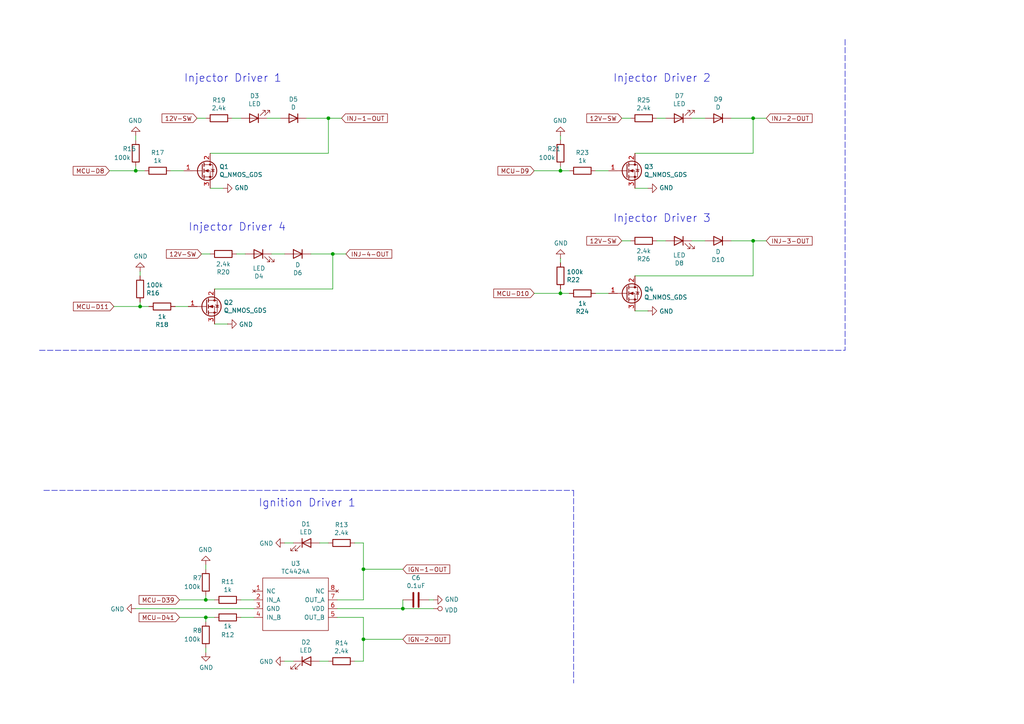
<source format=kicad_sch>
(kicad_sch (version 20231120) (generator "eeschema") (generator_version "8.0")
  (paper "A4")
  (lib_symbols
    (symbol "Device:C" (pin_numbers hide) (pin_names (offset 0.254))
      (property "Reference" "C" (at 0.635 2.54 0))
      (property "Value" "C" (at 0.635 -2.54 0))
      (symbol "C_0_1"
        (polyline (pts (xy -2.032 -0.762) (xy 2.032 -0.762)) (stroke (width 0.508)))
        (polyline (pts (xy -2.032 0.762) (xy 2.032 0.762)) (stroke (width 0.508)))
      )
      (symbol "C_1_1"
        (pin passive line (at 0 3.81 270) (length 2.794) (name "~") (number "1"))
        (pin passive line (at 0 -3.81 90) (length 2.794) (name "~") (number "2"))
      )
    )
    (symbol "Device:D" (pin_numbers hide) (pin_names (offset 1.016) hide)
      (property "Reference" "D" (at 0 2.54 0))
      (property "Value" "D" (at 0 -2.54 0))
      (symbol "D_0_1"
        (polyline (pts (xy -1.27 1.27) (xy -1.27 -1.27)) (stroke (width 0.254)))
        (polyline (pts (xy 1.27 0) (xy -1.27 0)))
        (polyline (pts (xy 1.27 1.27) (xy 1.27 -1.27) (xy -1.27 0) (xy 1.27 1.27)) (stroke (width 0.254)))
      )
      (symbol "D_1_1"
        (pin passive line (at -3.81 0 0) (length 2.54) (name "K") (number "1"))
        (pin passive line (at 3.81 0 180) (length 2.54) (name "A") (number "2"))
      )
    )
    (symbol "Device:LED" (pin_numbers hide) (pin_names (offset 1.016) hide)
      (property "Reference" "D" (at 0 2.54 0))
      (property "Value" "LED" (at 0 -2.54 0))
      (symbol "LED_0_1"
        (polyline (pts (xy -1.27 -1.27) (xy -1.27 1.27)) (stroke (width 0.254)))
        (polyline (pts (xy -1.27 0) (xy 1.27 0)))
        (polyline (pts (xy 1.27 -1.27) (xy 1.27 1.27) (xy -1.27 0) (xy 1.27 -1.27)) (stroke (width 0.254)))
        (polyline (pts (xy -3.048 -0.762) (xy -4.572 -2.286) (xy -3.81 -2.286) (xy -4.572 -2.286) (xy -4.572 -1.524)))
        (polyline (pts (xy -1.778 -0.762) (xy -3.302 -2.286) (xy -2.54 -2.286) (xy -3.302 -2.286) (xy -3.302 -1.524)))
      )
      (symbol "LED_1_1"
        (pin passive line (at -3.81 0 0) (length 2.54) (name "K") (number "1"))
        (pin passive line (at 3.81 0 180) (length 2.54) (name "A") (number "2"))
      )
    )
    (symbol "Device:Q_NMOS_GDS" (pin_names (offset 0) hide)
      (property "Reference" "Q" (at 5.08 1.27 0))
      (property "Value" "Q_NMOS_GDS" (at 5.08 -1.27 0))
      (symbol "Q_NMOS_GDS_0_1"
        (polyline (pts (xy 0.254 0) (xy -2.54 0)))
        (polyline (pts (xy 0.254 1.905) (xy 0.254 -1.905)) (stroke (width 0.254)))
        (polyline (pts (xy 0.762 -1.27) (xy 0.762 -2.286)) (stroke (width 0.254)))
        (polyline (pts (xy 0.762 0.508) (xy 0.762 -0.508)) (stroke (width 0.254)))
        (polyline (pts (xy 0.762 2.286) (xy 0.762 1.27)) (stroke (width 0.254)))
        (polyline (pts (xy 2.54 2.54) (xy 2.54 1.778)))
        (polyline (pts (xy 2.54 -2.54) (xy 2.54 0) (xy 0.762 0)))
        (polyline (pts (xy 0.762 -1.778) (xy 3.302 -1.778) (xy 3.302 1.778) (xy 0.762 1.778)))
        (polyline (pts (xy 1.016 0) (xy 2.032 0.381) (xy 2.032 -0.381) (xy 1.016 0)) (fill (type outline)))
        (polyline (pts (xy 2.794 0.508) (xy 2.921 0.381) (xy 3.683 0.381) (xy 3.81 0.254)))
        (polyline (pts (xy 3.302 0.381) (xy 2.921 -0.254) (xy 3.683 -0.254) (xy 3.302 0.381)))
        (circle (center 1.651 0) (radius 2.794) (stroke (width 0.254)))
        (circle (center 2.54 -1.778) (radius 0.254) (fill (type outline)))
        (circle (center 2.54 1.778) (radius 0.254) (fill (type outline)))
      )
      (symbol "Q_NMOS_GDS_1_1"
        (pin input line (at -5.08 0 0) (length 2.54) (name "G") (number "1"))
        (pin passive line (at 2.54 5.08 270) (length 2.54) (name "D") (number "2"))
        (pin passive line (at 2.54 -5.08 90) (length 2.54) (name "S") (number "3"))
      )
    )
    (symbol "Device:R" (pin_numbers hide) (pin_names (offset 0))
      (property "Reference" "R" (at 2.032 0 90))
      (property "Value" "R" (at 0 0 90))
      (symbol "R_0_1"
        (rectangle (start -1.016 -2.54) (end 1.016 2.54) (stroke (width 0.254)))
      )
      (symbol "R_1_1"
        (pin passive line (at 0 3.81 270) (length 1.27) (name "~") (number "1"))
        (pin passive line (at 0 -3.81 90) (length 1.27) (name "~") (number "2"))
      )
    )
    (symbol "NA6-rescue:GND-power" (power) (pin_names (offset 0))
      (property "Value" "power_GND" (at 0 -3.81 0))
      (symbol "GND-power_0_1"
        (polyline (pts (xy 0 0) (xy 0 -1.27) (xy 1.27 -1.27) (xy 0 -2.54) (xy -1.27 -1.27) (xy 0 -1.27)))
      )
      (symbol "GND-power_1_1"
        (pin power_in line (at 0 0 270) (length 0) hide (name "GND") (number "1"))
      )
    )
    (symbol "NA6-rescue:TC4424A-IC_Automotive" (pin_names (offset 1.016))
      (property "Reference" "U" (at -7.62 38.1 0))
      (property "Value" "IC_Automotive_TC4424A" (at -15.24 38.1 0))
      (symbol "TC4424A-IC_Automotive_0_1"
        (rectangle (start -25.4 36.83) (end -6.35 21.59))
      )
      (symbol "TC4424A-IC_Automotive_1_1"
        (pin no_connect line (at -27.94 33.02 0) (length 2.54) (name "NC") (number "1"))
        (pin input line (at -27.94 30.48 0) (length 2.54) (name "IN_A") (number "2"))
        (pin power_in line (at -27.94 27.94 0) (length 2.54) (name "GND") (number "3"))
        (pin input line (at -27.94 25.4 0) (length 2.54) (name "IN_B") (number "4"))
        (pin input line (at -3.81 25.4 180) (length 2.54) (name "OUT_B") (number "5"))
        (pin power_in line (at -3.81 27.94 180) (length 2.54) (name "VDD") (number "6"))
        (pin output line (at -3.81 30.48 180) (length 2.54) (name "OUT_A") (number "7"))
        (pin no_connect line (at -3.81 33.02 180) (length 2.54) (name "NC") (number "8"))
      )
    )
    (symbol "NA6-rescue:VDD-power" (power) (pin_names (offset 0))
      (property "Value" "power_VDD" (at 0 3.81 0))
      (symbol "VDD-power_0_1"
        (polyline (pts (xy 0 0) (xy 0 1.27)))
        (circle (center 0 1.905) (radius 0.635))
      )
      (symbol "VDD-power_1_1"
        (pin power_in line (at 0 0 90) (length 0) hide (name "VDD") (number "1"))
      )
    )
    (symbol "power:GND" (power) (pin_numbers hide) (pin_names (offset 0) hide)
      (property "Value" "GND" (at 0 -3.81 0))
      (symbol "GND_0_1"
        (polyline (pts (xy 0 0) (xy 0 -1.27) (xy 1.27 -1.27) (xy 0 -2.54) (xy -1.27 -1.27) (xy 0 -1.27)))
      )
      (symbol "GND_1_1"
        (pin power_in line (at 0 0 270) (length 0) (name "~") (number "1"))
      )
    )
  )
  (junction (at 96.52 73.66))
  (junction (at 218.44 69.85))
  (junction (at 162.56 49.53))
  (junction (at 105.41 165.1))
  (junction (at 39.37 49.53))
  (junction (at 59.69 179.07))
  (junction (at 218.44 34.29))
  (junction (at 95.25 34.29))
  (junction (at 105.41 185.42))
  (junction (at 59.69 173.99))
  (junction (at 162.56 85.09))
  (junction (at 116.84 176.53))
  (junction (at 40.64 88.9))
  (wire (pts (xy 69.85 179.07) (xy 73.66 179.07)))
  (wire (pts (xy 59.69 172.72) (xy 59.69 173.99)))
  (wire (pts (xy 116.84 176.53) (xy 97.79 176.53)))
  (wire (pts (xy 39.37 49.53) (xy 41.91 49.53)))
  (wire (pts (xy 162.56 85.09) (xy 162.56 83.82)))
  (wire (pts (xy 73.66 176.53) (xy 39.37 176.53)))
  (wire (pts (xy 154.94 85.09) (xy 162.56 85.09)))
  (wire (pts (xy 40.64 88.9) (xy 40.64 87.63)))
  (wire (pts (xy 90.17 73.66) (xy 96.52 73.66)))
  (wire (pts (xy 59.69 173.99) (xy 62.23 173.99)))
  (wire (pts (xy 49.53 49.53) (xy 53.34 49.53)))
  (wire (pts (xy 60.96 44.45) (xy 95.25 44.45)))
  (wire (pts (xy 58.42 73.66) (xy 60.96 73.66)))
  (wire (pts (xy 125.73 176.53) (xy 116.84 176.53)))
  (wire (pts (xy 172.72 85.09) (xy 176.53 85.09)))
  (wire (pts (xy 105.41 165.1) (xy 105.41 173.99)))
  (wire (pts (xy 162.56 40.64) (xy 162.56 39.37)))
  (wire (pts (xy 77.47 34.29) (xy 81.28 34.29)))
  (polyline (pts (xy 245.11 11.43) (xy 245.11 101.6)) (stroke (width 0) (type dash)))
  (wire (pts (xy 102.87 191.77) (xy 105.41 191.77)))
  (wire (pts (xy 59.69 179.07) (xy 59.69 180.34)))
  (wire (pts (xy 165.1 85.09) (xy 162.56 85.09)))
  (wire (pts (xy 105.41 185.42) (xy 105.41 179.07)))
  (wire (pts (xy 40.64 78.74) (xy 40.64 80.01)))
  (wire (pts (xy 57.15 34.29) (xy 59.69 34.29)))
  (wire (pts (xy 184.15 44.45) (xy 218.44 44.45)))
  (wire (pts (xy 172.72 49.53) (xy 176.53 49.53)))
  (wire (pts (xy 59.69 165.1) (xy 59.69 163.83)))
  (wire (pts (xy 92.71 191.77) (xy 95.25 191.77)))
  (wire (pts (xy 31.75 49.53) (xy 39.37 49.53)))
  (wire (pts (xy 96.52 83.82) (xy 96.52 73.66)))
  (wire (pts (xy 43.18 88.9) (xy 40.64 88.9)))
  (wire (pts (xy 105.41 157.48) (xy 105.41 165.1)))
  (wire (pts (xy 190.5 34.29) (xy 193.04 34.29)))
  (wire (pts (xy 52.07 173.99) (xy 59.69 173.99)))
  (wire (pts (xy 218.44 80.01) (xy 218.44 69.85)))
  (wire (pts (xy 62.23 83.82) (xy 96.52 83.82)))
  (polyline (pts (xy 166.37 142.24) (xy 166.37 198.12)) (stroke (width 0) (type dash)))
  (wire (pts (xy 52.07 179.07) (xy 59.69 179.07)))
  (wire (pts (xy 66.04 93.98) (xy 62.23 93.98)))
  (wire (pts (xy 125.73 173.99) (xy 124.46 173.99)))
  (wire (pts (xy 222.25 34.29) (xy 218.44 34.29)))
  (wire (pts (xy 218.44 44.45) (xy 218.44 34.29)))
  (wire (pts (xy 190.5 69.85) (xy 193.04 69.85)))
  (wire (pts (xy 105.41 179.07) (xy 97.79 179.07)))
  (wire (pts (xy 99.06 34.29) (xy 95.25 34.29)))
  (wire (pts (xy 184.15 54.61) (xy 187.96 54.61)))
  (wire (pts (xy 162.56 74.93) (xy 162.56 76.2)))
  (wire (pts (xy 116.84 173.99) (xy 116.84 176.53)))
  (wire (pts (xy 105.41 185.42) (xy 116.84 185.42)))
  (wire (pts (xy 180.34 34.29) (xy 182.88 34.29)))
  (wire (pts (xy 59.69 189.23) (xy 59.69 187.96)))
  (wire (pts (xy 39.37 40.64) (xy 39.37 39.37)))
  (wire (pts (xy 105.41 173.99) (xy 97.79 173.99)))
  (wire (pts (xy 105.41 191.77) (xy 105.41 185.42)))
  (wire (pts (xy 82.55 191.77) (xy 85.09 191.77)))
  (wire (pts (xy 222.25 69.85) (xy 218.44 69.85)))
  (wire (pts (xy 180.34 69.85) (xy 182.88 69.85)))
  (wire (pts (xy 187.96 90.17) (xy 184.15 90.17)))
  (wire (pts (xy 33.02 88.9) (xy 40.64 88.9)))
  (wire (pts (xy 184.15 80.01) (xy 218.44 80.01)))
  (polyline (pts (xy 11.43 101.6) (xy 245.11 101.6)) (stroke (width 0) (type dash)))
  (wire (pts (xy 69.85 173.99) (xy 73.66 173.99)))
  (wire (pts (xy 162.56 48.26) (xy 162.56 49.53)))
  (wire (pts (xy 95.25 44.45) (xy 95.25 34.29)))
  (wire (pts (xy 200.66 69.85) (xy 204.47 69.85)))
  (wire (pts (xy 68.58 73.66) (xy 71.12 73.66)))
  (wire (pts (xy 102.87 157.48) (xy 105.41 157.48)))
  (wire (pts (xy 162.56 49.53) (xy 165.1 49.53)))
  (wire (pts (xy 212.09 69.85) (xy 218.44 69.85)))
  (wire (pts (xy 78.74 73.66) (xy 82.55 73.66)))
  (wire (pts (xy 105.41 165.1) (xy 116.84 165.1)))
  (wire (pts (xy 92.71 157.48) (xy 95.25 157.48)))
  (wire (pts (xy 212.09 34.29) (xy 218.44 34.29)))
  (wire (pts (xy 88.9 34.29) (xy 95.25 34.29)))
  (wire (pts (xy 67.31 34.29) (xy 69.85 34.29)))
  (wire (pts (xy 100.33 73.66) (xy 96.52 73.66)))
  (wire (pts (xy 82.55 157.48) (xy 85.09 157.48)))
  (wire (pts (xy 60.96 54.61) (xy 64.77 54.61)))
  (wire (pts (xy 200.66 34.29) (xy 204.47 34.29)))
  (wire (pts (xy 62.23 179.07) (xy 59.69 179.07)))
  (wire (pts (xy 154.94 49.53) (xy 162.56 49.53)))
  (wire (pts (xy 39.37 48.26) (xy 39.37 49.53)))
  (polyline (pts (xy 12.7 142.24) (xy 166.37 142.24)) (stroke (width 0) (type dash)))
  (wire (pts (xy 50.8 88.9) (xy 54.61 88.9)))
  (text "Injector Driver 3" (at 177.8 64.77 0) (effects (font (size 2.2606 2.2606)) (justify left bottom)))
  (text "Injector Driver 1" (at 53.34 24.13 0) (effects (font (size 2.2606 2.2606)) (justify left bottom)))
  (text "Injector Driver 2" (at 177.8 24.13 0) (effects (font (size 2.2606 2.2606)) (justify left bottom)))
  (text "Injector Driver 4" (at 54.61 67.31 0) (effects (font (size 2.2606 2.2606)) (justify left bottom)))
  (text "Ignition Driver 1" (at 74.93 147.32 0) (effects (font (size 2.2606 2.2606)) (justify left bottom)))
  (global_label "12V-SW" (shape input) (at 57.15 34.29 180) (property "Intersheetrefs" "${INTERSHEET_REFS}" (effects (hide yes))))
  (global_label "12V-SW" (shape input) (at 180.34 69.85 180) (property "Intersheetrefs" "${INTERSHEET_REFS}" (effects (hide yes))))
  (global_label "IGN-1-OUT" (shape input) (at 116.84 165.1 0) (property "Intersheetrefs" "${INTERSHEET_REFS}" (effects (hide yes))))
  (global_label "MCU-D10" (shape input) (at 154.94 85.09 180) (property "Intersheetrefs" "${INTERSHEET_REFS}" (effects (hide yes))))
  (global_label "MCU-D39" (shape input) (at 52.07 173.99 180) (property "Intersheetrefs" "${INTERSHEET_REFS}" (effects (hide yes))))
  (global_label "12V-SW" (shape input) (at 58.42 73.66 180) (property "Intersheetrefs" "${INTERSHEET_REFS}" (effects (hide yes))))
  (global_label "IGN-2-OUT" (shape input) (at 116.84 185.42 0) (property "Intersheetrefs" "${INTERSHEET_REFS}" (effects (hide yes))))
  (global_label "INJ-4-OUT" (shape input) (at 100.33 73.66 0) (property "Intersheetrefs" "${INTERSHEET_REFS}" (effects (hide yes))))
  (global_label "MCU-D8" (shape input) (at 31.75 49.53 180) (property "Intersheetrefs" "${INTERSHEET_REFS}" (effects (hide yes))))
  (global_label "INJ-1-OUT" (shape input) (at 99.06 34.29 0) (property "Intersheetrefs" "${INTERSHEET_REFS}" (effects (hide yes))))
  (global_label "12V-SW" (shape input) (at 180.34 34.29 180) (property "Intersheetrefs" "${INTERSHEET_REFS}" (effects (hide yes))))
  (global_label "MCU-D41" (shape input) (at 52.07 179.07 180) (property "Intersheetrefs" "${INTERSHEET_REFS}" (effects (hide yes))))
  (global_label "INJ-3-OUT" (shape input) (at 222.25 69.85 0) (property "Intersheetrefs" "${INTERSHEET_REFS}" (effects (hide yes))))
  (global_label "MCU-D9" (shape input) (at 154.94 49.53 180) (property "Intersheetrefs" "${INTERSHEET_REFS}" (effects (hide yes))))
  (global_label "INJ-2-OUT" (shape input) (at 222.25 34.29 0) (property "Intersheetrefs" "${INTERSHEET_REFS}" (effects (hide yes))))
  (global_label "MCU-D11" (shape input) (at 33.02 88.9 180) (property "Intersheetrefs" "${INTERSHEET_REFS}" (effects (hide yes))))
  (symbol (lib_id "power:GND") (at 162.56 39.37 180) (unit 1)
    (property "Reference" "#PWR020" (effects (hide yes)))
    (property "Value" "GND" (at 162.433 34.9758 0))
  )
  (symbol (lib_id "Device:LED") (at 196.85 69.85 0) (mirror y) (unit 1)
    (property "Reference" "D8" (at 197.0278 76.327 0))
    (property "Value" "LED" (at 197.0278 74.0156 0))
    (property "Footprint" "LED_THT:LED_D3.0mm" (effects (hide yes)))
    (property "Digikey Part Number" "732-5005-ND" (effects (hide yes)))
    (property "Manufacturer_Name" "Wurth" (effects (hide yes)))
    (property "Manufacturer_Part_Number" "151031SS04000" (effects (hide yes)))
    (property "URL" "https://www.digikey.com.au/product-detail/en/w%C3%BCrth-elektronik/151031SS04000/732-5005-ND/4489979" (effects (hide yes)))
  )
  (symbol (lib_id "power:GND") (at 187.96 90.17 90) (mirror x) (unit 1)
    (property "Reference" "#PWR023" (effects (hide yes)))
    (property "Value" "GND" (at 191.2112 90.297 90) (effects (justify right)))
  )
  (symbol (lib_id "power:GND") (at 187.96 54.61 90) (unit 1)
    (property "Reference" "#PWR022" (effects (hide yes)))
    (property "Value" "GND" (at 191.2112 54.483 90) (effects (justify right)))
  )
  (symbol (lib_id "Device:R") (at 39.37 44.45 180) (unit 1)
    (property "Reference" "R15" (at 35.56 43.18 0) (effects (justify right)))
    (property "Value" "100k" (at 33.02 45.72 0) (effects (justify right)))
    (property "Footprint" "Resistor_THT:R_Axial_DIN0204_L3.6mm_D1.6mm_P5.08mm_Horizontal" (effects (hide yes)))
    (property "Digikey Part Number" "BC3240CT-ND" (effects (hide yes)))
    (property "Manufacturer_Name" "Vishay" (effects (hide yes)))
    (property "Manufacturer_Part_Number" "MBA02040C1003FCT00" (effects (hide yes)))
    (property "URL" "https://www.digikey.com.au/product-detail/en/vishay-beyschlag-draloric-bc-components/MBA02040C1003FCT00/BC3240CT-ND/6138743" (effects (hide yes)))
  )
  (symbol (lib_id "Device:Q_NMOS_GDS") (at 181.61 49.53 0) (unit 1)
    (property "Reference" "Q3" (at 186.7916 48.3616 0) (effects (justify left)))
    (property "Value" "Q_NMOS_GDS" (at 186.7916 50.673 0) (effects (justify left)))
    (property "Footprint" "Package_TO_SOT_THT:TO-220-3_Horizontal_TabDown" (effects (hide yes)))
    (property "Digikey Part Number" "497-5896-5-ND" (effects (hide yes)))
    (property "Manufacturer_Name" "ST" (effects (hide yes)))
    (property "Manufacturer_Part_Number" "STP62NS04Z" (effects (hide yes)))
  )
  (symbol (lib_id "Device:D") (at 208.28 69.85 0) (mirror y) (unit 1)
    (property "Reference" "D10" (at 208.28 75.3364 0))
    (property "Value" "D" (at 208.28 73.025 0))
    (property "Footprint" "Diode_THT:D_DO-35_SOD27_P7.62mm_Horizontal" (effects (hide yes)))
    (property "Digikey Part Number" "1N914TAPGICT-ND" (effects (hide yes)))
    (property "Manufacturer_Name" "Vishay" (effects (hide yes)))
    (property "Manufacturer_Part_Number" "1N914TAP" (effects (hide yes)))
    (property "URL" "https://www.digikey.com.au/product-detail/en/vishay-general-semiconductor-diodes-division/1N914TAP/1N914TAPGICT-ND/8564478" (effects (hide yes)))
  )
  (symbol (lib_id "power:GND") (at 39.37 39.37 180) (unit 1)
    (property "Reference" "#PWR016" (effects (hide yes)))
    (property "Value" "GND" (at 39.243 34.9758 0))
  )
  (symbol (lib_id "Device:R") (at 66.04 179.07 270) (unit 1)
    (property "Reference" "R12" (at 66.04 184.15 90))
    (property "Value" "1k" (at 66.04 181.61 90))
    (property "Footprint" "Resistor_SMD:R_0805_2012Metric_Pad1.15x1.40mm_HandSolder" (effects (hide yes)))
    (property "Manufacturer_Name" "Yageo" (effects (hide yes)))
    (property "Manufacturer_Part_Number" "RC0805FR-071KL" (effects (hide yes)))
    (property "URL" "https://www.digikey.com/product-detail/en/yageo/RC0805FR-071KL/311-1.00KCRCT-ND/730391" (effects (hide yes)))
    (property "Digikey Part Number" "311-1.00KCRCT-ND" (effects (hide yes)))
  )
  (symbol (lib_id "Device:D") (at 208.28 34.29 180) (unit 1)
    (property "Reference" "D9" (at 208.28 28.8036 0))
    (property "Value" "D" (at 208.28 31.115 0))
    (property "Footprint" "Diode_THT:D_DO-35_SOD27_P7.62mm_Horizontal" (effects (hide yes)))
    (property "Digikey Part Number" "1N914TAPGICT-ND" (effects (hide yes)))
    (property "Manufacturer_Name" "Vishay" (effects (hide yes)))
    (property "Manufacturer_Part_Number" "1N914TAP" (effects (hide yes)))
    (property "URL" "https://www.digikey.com.au/product-detail/en/vishay-general-semiconductor-diodes-division/1N914TAP/1N914TAPGICT-ND/8564478" (effects (hide yes)))
  )
  (symbol (lib_id "NA6-rescue:GND-power") (at 125.73 173.99 90) (unit 1)
    (property "Reference" "#PWR09" (effects (hide yes)))
    (property "Value" "GND" (at 128.9812 173.863 90) (effects (justify right)))
  )
  (symbol (lib_id "NA6-rescue:GND-power") (at 39.37 176.53 270) (unit 1)
    (property "Reference" "#PWR04" (effects (hide yes)))
    (property "Value" "GND" (at 36.1188 176.657 90) (effects (justify right)))
  )
  (symbol (lib_id "Device:R") (at 66.04 173.99 270) (unit 1)
    (property "Reference" "R11" (at 66.04 168.7322 90))
    (property "Value" "1k" (at 66.04 171.0436 90))
    (property "Footprint" "Resistor_SMD:R_0805_2012Metric_Pad1.15x1.40mm_HandSolder" (effects (hide yes)))
    (property "Manufacturer_Name" "Yageo" (effects (hide yes)))
    (property "Manufacturer_Part_Number" "RC0805FR-071KL" (effects (hide yes)))
    (property "URL" "https://www.digikey.com/product-detail/en/yageo/RC0805FR-071KL/311-1.00KCRCT-ND/730391" (effects (hide yes)))
    (property "Digikey Part Number" "311-1.00KCRCT-ND" (effects (hide yes)))
  )
  (symbol (lib_id "NA6-rescue:GND-power") (at 59.69 189.23 0) (unit 1)
    (property "Reference" "#PWR06" (effects (hide yes)))
    (property "Value" "GND" (at 59.817 193.6242 0))
  )
  (symbol (lib_id "power:GND") (at 64.77 54.61 90) (unit 1)
    (property "Reference" "#PWR018" (effects (hide yes)))
    (property "Value" "GND" (at 68.0212 54.483 90) (effects (justify right)))
  )
  (symbol (lib_id "Device:Q_NMOS_GDS") (at 181.61 85.09 0) (unit 1)
    (property "Reference" "Q4" (at 186.7916 83.9216 0) (effects (justify left)))
    (property "Value" "Q_NMOS_GDS" (at 186.7916 86.233 0) (effects (justify left)))
    (property "Footprint" "Package_TO_SOT_THT:TO-220-3_Horizontal_TabDown" (effects (hide yes)))
    (property "Digikey Part Number" "497-5896-5-ND" (effects (hide yes)))
    (property "Manufacturer_Name" "ST" (effects (hide yes)))
    (property "Manufacturer_Part_Number" "STP62NS04Z" (effects (hide yes)))
  )
  (symbol (lib_id "NA6-rescue:GND-power") (at 59.69 163.83 180) (unit 1)
    (property "Reference" "#PWR05" (effects (hide yes)))
    (property "Value" "GND" (at 59.563 159.4358 0))
  )
  (symbol (lib_id "power:GND") (at 40.64 78.74 0) (mirror x) (unit 1)
    (property "Reference" "#PWR017" (effects (hide yes)))
    (property "Value" "GND" (at 40.767 74.3458 0))
  )
  (symbol (lib_id "Device:R") (at 162.56 80.01 0) (mirror y) (unit 1)
    (property "Reference" "R22" (at 164.338 81.1784 0) (effects (justify right)))
    (property "Value" "100k" (at 164.338 78.867 0) (effects (justify right)))
    (property "Footprint" "Resistor_THT:R_Axial_DIN0204_L3.6mm_D1.6mm_P5.08mm_Horizontal" (effects (hide yes)))
    (property "Digikey Part Number" "BC3240CT-ND" (effects (hide yes)))
    (property "Manufacturer_Name" "Vishay" (effects (hide yes)))
    (property "Manufacturer_Part_Number" "MBA02040C1003FCT00" (effects (hide yes)))
    (property "URL" "https://www.digikey.com.au/product-detail/en/vishay-beyschlag-draloric-bc-components/MBA02040C1003FCT00/BC3240CT-ND/6138743" (effects (hide yes)))
  )
  (symbol (lib_id "Device:LED") (at 74.93 73.66 0) (mirror y) (unit 1)
    (property "Reference" "D4" (at 75.1078 80.137 0))
    (property "Value" "LED" (at 75.1078 77.8256 0))
    (property "Footprint" "LED_THT:LED_D3.0mm" (effects (hide yes)))
    (property "Digikey Part Number" "732-5005-ND" (effects (hide yes)))
    (property "Manufacturer_Name" "Wurth" (effects (hide yes)))
    (property "Manufacturer_Part_Number" "151031SS04000" (effects (hide yes)))
    (property "URL" "https://www.digikey.com.au/product-detail/en/w%C3%BCrth-elektronik/151031SS04000/732-5005-ND/4489979" (effects (hide yes)))
  )
  (symbol (lib_id "Device:R") (at 186.69 34.29 270) (unit 1)
    (property "Reference" "R25" (at 186.69 29.0322 90))
    (property "Value" "2.4k" (at 186.69 31.3436 90))
    (property "Footprint" "Resistor_THT:R_Axial_DIN0204_L3.6mm_D1.6mm_P5.08mm_Horizontal" (effects (hide yes)))
    (property "Digikey Part Number" "BC3483CT-ND" (effects (hide yes)))
    (property "Manufacturer_Name" "Vishay" (effects (hide yes)))
    (property "Manufacturer_Part_Number" "MBA02040C2401FC100" (effects (hide yes)))
    (property "URL" "https://www.digikey.com.au/product-detail/en/vishay-beyschlag-draloric-bc-components/MBA02040C2401FC100/BC3483CT-ND/7350913" (effects (hide yes)))
  )
  (symbol (lib_id "Device:R") (at 168.91 49.53 270) (unit 1)
    (property "Reference" "R23" (at 168.91 44.2722 90))
    (property "Value" "1k" (at 168.91 46.5836 90))
    (property "Footprint" "Resistor_THT:R_Axial_DIN0204_L3.6mm_D1.6mm_P5.08mm_Horizontal" (effects (hide yes)))
    (property "Digikey Part Number" "BC1.00KXCT-ND" (effects (hide yes)))
    (property "Manufacturer_Name" "Vishay" (effects (hide yes)))
    (property "Manufacturer_Part_Number" "MBA02040C1001FRP00" (effects (hide yes)))
  )
  (symbol (lib_id "NA6-rescue:GND-power") (at 82.55 157.48 270) (unit 1)
    (property "Reference" "#PWR07" (effects (hide yes)))
    (property "Value" "GND" (at 79.2988 157.607 90) (effects (justify right)))
  )
  (symbol (lib_id "Device:LED") (at 88.9 191.77 0) (unit 1)
    (property "Reference" "D2" (at 88.7222 186.2836 0))
    (property "Value" "LED" (at 88.7222 188.595 0))
    (property "Footprint" "LED_SMD:LED_0805_2012Metric" (effects (hide yes)))
    (property "Manufacturer_Name" "Osram" (effects (hide yes)))
    (property "Manufacturer_Part_Number" "LH R974-LP-1" (effects (hide yes)))
    (property "URL" "https://www.digikey.com/product-detail/en/osram-opto-semiconductors-inc/LH-R974-LP-1/475-1415-1-ND/1802604" (effects (hide yes)))
    (property "Digikey Part Number" "475-1415-1-ND" (effects (hide yes)))
  )
  (symbol (lib_id "Device:Q_NMOS_GDS") (at 58.42 49.53 0) (unit 1)
    (property "Reference" "Q1" (at 63.6016 48.3616 0) (effects (justify left)))
    (property "Value" "Q_NMOS_GDS" (at 63.6016 50.673 0) (effects (justify left)))
    (property "Footprint" "Package_TO_SOT_THT:TO-220-3_Horizontal_TabDown" (effects (hide yes)))
    (property "Digikey Part Number" "497-5896-5-ND" (effects (hide yes)))
    (property "Manufacturer_Name" "ST" (effects (hide yes)))
    (property "Manufacturer_Part_Number" "STP62NS04Z" (effects (hide yes)))
  )
  (symbol (lib_id "NA6-rescue:VDD-power") (at 125.73 176.53 270) (unit 1)
    (property "Reference" "#PWR010" (effects (hide yes)))
    (property "Value" "VDD" (at 128.9812 176.9618 90) (effects (justify left)))
  )
  (symbol (lib_id "Device:R") (at 99.06 191.77 270) (unit 1)
    (property "Reference" "R14" (at 99.06 186.5122 90))
    (property "Value" "2.4k" (at 99.06 188.8236 90))
    (property "Footprint" "Resistor_SMD:R_0805_2012Metric" (effects (hide yes)))
    (property "Manufacturer_Name" "Yageo" (effects (hide yes)))
    (property "Manufacturer_Part_Number" "RC0805FR-072K4L" (effects (hide yes)))
    (property "URL" "https://www.digikey.com/product-detail/en/yageo/RC0805FR-072K4L/311-2.40KCRCT-ND/730637" (effects (hide yes)))
    (property "Digikey Part Number" "311-2.40KCRCT-ND" (effects (hide yes)))
  )
  (symbol (lib_id "Device:D") (at 86.36 73.66 0) (mirror y) (unit 1)
    (property "Reference" "D6" (at 86.36 79.1464 0))
    (property "Value" "D" (at 86.36 76.835 0))
    (property "Footprint" "Diode_THT:D_DO-35_SOD27_P7.62mm_Horizontal" (effects (hide yes)))
    (property "Digikey Part Number" "1N914TAPGICT-ND" (effects (hide yes)))
    (property "Manufacturer_Name" "Vishay" (effects (hide yes)))
    (property "Manufacturer_Part_Number" "1N914TAP" (effects (hide yes)))
    (property "URL" "https://www.digikey.com.au/product-detail/en/vishay-general-semiconductor-diodes-division/1N914TAP/1N914TAPGICT-ND/8564478" (effects (hide yes)))
  )
  (symbol (lib_id "Device:R") (at 99.06 157.48 270) (unit 1)
    (property "Reference" "R13" (at 99.06 152.2222 90))
    (property "Value" "2.4k" (at 99.06 154.5336 90))
    (property "Footprint" "Resistor_SMD:R_0805_2012Metric" (effects (hide yes)))
    (property "Manufacturer_Name" "Yageo" (effects (hide yes)))
    (property "Manufacturer_Part_Number" "RC0805FR-072K4L" (effects (hide yes)))
    (property "URL" "https://www.digikey.com/product-detail/en/yageo/RC0805FR-072K4L/311-2.40KCRCT-ND/730637" (effects (hide yes)))
    (property "Digikey Part Number" "311-2.40KCRCT-ND" (effects (hide yes)))
  )
  (symbol (lib_id "power:GND") (at 66.04 93.98 90) (mirror x) (unit 1)
    (property "Reference" "#PWR019" (effects (hide yes)))
    (property "Value" "GND" (at 69.2912 94.107 90) (effects (justify right)))
  )
  (symbol (lib_id "Device:R") (at 46.99 88.9 270) (mirror x) (unit 1)
    (property "Reference" "R18" (at 46.99 94.1578 90))
    (property "Value" "1k" (at 46.99 91.8464 90))
    (property "Footprint" "Resistor_THT:R_Axial_DIN0204_L3.6mm_D1.6mm_P5.08mm_Horizontal" (effects (hide yes)))
    (property "Digikey Part Number" "BC1.00KXCT-ND" (effects (hide yes)))
    (property "Manufacturer_Name" "Vishay" (effects (hide yes)))
    (property "Manufacturer_Part_Number" "MBA02040C1001FRP00" (effects (hide yes)))
  )
  (symbol (lib_id "Device:LED") (at 88.9 157.48 0) (unit 1)
    (property "Reference" "D1" (at 88.7222 151.9936 0))
    (property "Value" "LED" (at 88.7222 154.305 0))
    (property "Footprint" "LED_SMD:LED_0805_2012Metric" (effects (hide yes)))
    (property "Manufacturer_Name" "Osram" (effects (hide yes)))
    (property "Manufacturer_Part_Number" "LH R974-LP-1" (effects (hide yes)))
    (property "URL" "https://www.digikey.com/product-detail/en/osram-opto-semiconductors-inc/LH-R974-LP-1/475-1415-1-ND/1802604" (effects (hide yes)))
    (property "Digikey Part Number" "475-1415-1-ND" (effects (hide yes)))
  )
  (symbol (lib_id "Device:D") (at 85.09 34.29 180) (unit 1)
    (property "Reference" "D5" (at 85.09 28.8036 0))
    (property "Value" "D" (at 85.09 31.115 0))
    (property "Footprint" "Diode_THT:D_DO-35_SOD27_P7.62mm_Horizontal" (effects (hide yes)))
    (property "Digikey Part Number" "1N914TAPGICT-ND" (effects (hide yes)))
    (property "Manufacturer_Name" "Vishay" (effects (hide yes)))
    (property "Manufacturer_Part_Number" "1N914TAP" (effects (hide yes)))
    (property "URL" "https://www.digikey.com.au/product-detail/en/vishay-general-semiconductor-diodes-division/1N914TAP/1N914TAPGICT-ND/8564478" (effects (hide yes)))
  )
  (symbol (lib_id "Device:R") (at 40.64 83.82 0) (mirror y) (unit 1)
    (property "Reference" "R16" (at 42.418 84.9884 0) (effects (justify right)))
    (property "Value" "100k" (at 42.418 82.677 0) (effects (justify right)))
    (property "Footprint" "Resistor_THT:R_Axial_DIN0204_L3.6mm_D1.6mm_P5.08mm_Horizontal" (effects (hide yes)))
    (property "Digikey Part Number" "BC3240CT-ND" (effects (hide yes)))
    (property "Manufacturer_Name" "Vishay" (effects (hide yes)))
    (property "Manufacturer_Part_Number" "MBA02040C1003FCT00" (effects (hide yes)))
    (property "URL" "https://www.digikey.com.au/product-detail/en/vishay-beyschlag-draloric-bc-components/MBA02040C1003FCT00/BC3240CT-ND/6138743" (effects (hide yes)))
  )
  (symbol (lib_id "Device:R") (at 162.56 44.45 180) (unit 1)
    (property "Reference" "R21" (at 158.75 43.18 0) (effects (justify right)))
    (property "Value" "100k" (at 156.21 45.72 0) (effects (justify right)))
    (property "Footprint" "Resistor_THT:R_Axial_DIN0204_L3.6mm_D1.6mm_P5.08mm_Horizontal" (effects (hide yes)))
    (property "Digikey Part Number" "BC3240CT-ND" (effects (hide yes)))
    (property "Manufacturer_Name" "Vishay" (effects (hide yes)))
    (property "Manufacturer_Part_Number" "MBA02040C1003FCT00" (effects (hide yes)))
    (property "URL" "https://www.digikey.com.au/product-detail/en/vishay-beyschlag-draloric-bc-components/MBA02040C1003FCT00/BC3240CT-ND/6138743" (effects (hide yes)))
  )
  (symbol (lib_id "Device:R") (at 63.5 34.29 270) (unit 1)
    (property "Reference" "R19" (at 63.5 29.0322 90))
    (property "Value" "2.4k" (at 63.5 31.3436 90))
    (property "Footprint" "Resistor_THT:R_Axial_DIN0204_L3.6mm_D1.6mm_P5.08mm_Horizontal" (effects (hide yes)))
    (property "Digikey Part Number" "BC3483CT-ND" (effects (hide yes)))
    (property "Manufacturer_Name" "Vishay" (effects (hide yes)))
    (property "Manufacturer_Part_Number" "MBA02040C2401FC100" (effects (hide yes)))
    (property "URL" "https://www.digikey.com.au/product-detail/en/vishay-beyschlag-draloric-bc-components/MBA02040C2401FC100/BC3483CT-ND/7350913" (effects (hide yes)))
  )
  (symbol (lib_id "NA6-rescue:GND-power") (at 82.55 191.77 270) (unit 1)
    (property "Reference" "#PWR08" (effects (hide yes)))
    (property "Value" "GND" (at 79.2988 191.897 90) (effects (justify right)))
  )
  (symbol (lib_id "power:GND") (at 162.56 74.93 0) (mirror x) (unit 1)
    (property "Reference" "#PWR021" (effects (hide yes)))
    (property "Value" "GND" (at 162.687 70.5358 0))
  )
  (symbol (lib_id "Device:LED") (at 196.85 34.29 180) (unit 1)
    (property "Reference" "D7" (at 197.0278 27.813 0))
    (property "Value" "LED" (at 197.0278 30.1244 0))
    (property "Footprint" "LED_THT:LED_D3.0mm" (effects (hide yes)))
    (property "Digikey Part Number" "732-5005-ND" (effects (hide yes)))
    (property "Manufacturer_Name" "Wurth" (effects (hide yes)))
    (property "Manufacturer_Part_Number" "151031SS04000" (effects (hide yes)))
    (property "URL" "https://www.digikey.com.au/product-detail/en/w%C3%BCrth-elektronik/151031SS04000/732-5005-ND/4489979" (effects (hide yes)))
  )
  (symbol (lib_id "NA6-rescue:TC4424A-IC_Automotive") (at 101.6 204.47 0) (unit 1)
    (property "Reference" "U3" (at 85.725 163.449 0))
    (property "Value" "TC4424A" (at 85.725 165.7604 0))
    (property "Footprint" "Package_SO:SOIC-8_3.9x4.9mm_P1.27mm" (effects (hide yes)))
    (property "Manufacturer_Name" "Microchip" (effects (hide yes)))
    (property "Manufacturer_Part_Number" "TC4424AVOA" (effects (hide yes)))
    (property "URL" "https://www.digikey.com/product-detail/en/microchip-technology/TC4424AVOA/TC4424AVOA-ND/1098908" (effects (hide yes)))
    (property "Digikey Part Number" "TC4424AVOA-ND" (effects (hide yes)))
  )
  (symbol (lib_id "Device:R") (at 186.69 69.85 270) (mirror x) (unit 1)
    (property "Reference" "R26" (at 186.69 75.1078 90))
    (property "Value" "2.4k" (at 186.69 72.7964 90))
    (property "Footprint" "Resistor_THT:R_Axial_DIN0204_L3.6mm_D1.6mm_P5.08mm_Horizontal" (effects (hide yes)))
    (property "Digikey Part Number" "BC3483CT-ND" (effects (hide yes)))
    (property "Manufacturer_Name" "Vishay" (effects (hide yes)))
    (property "Manufacturer_Part_Number" "MBA02040C2401FC100" (effects (hide yes)))
    (property "URL" "https://www.digikey.com.au/product-detail/en/vishay-beyschlag-draloric-bc-components/MBA02040C2401FC100/BC3483CT-ND/7350913" (effects (hide yes)))
  )
  (symbol (lib_id "Device:R") (at 64.77 73.66 270) (mirror x) (unit 1)
    (property "Reference" "R20" (at 64.77 78.9178 90))
    (property "Value" "2.4k" (at 64.77 76.6064 90))
    (property "Footprint" "Resistor_THT:R_Axial_DIN0204_L3.6mm_D1.6mm_P5.08mm_Horizontal" (effects (hide yes)))
    (property "Digikey Part Number" "BC3483CT-ND" (effects (hide yes)))
    (property "Manufacturer_Name" "Vishay" (effects (hide yes)))
    (property "Manufacturer_Part_Number" "MBA02040C2401FC100" (effects (hide yes)))
    (property "URL" "https://www.digikey.com.au/product-detail/en/vishay-beyschlag-draloric-bc-components/MBA02040C2401FC100/BC3483CT-ND/7350913" (effects (hide yes)))
  )
  (symbol (lib_id "Device:R") (at 59.69 168.91 180) (unit 1)
    (property "Reference" "R7" (at 55.88 167.64 0) (effects (justify right)))
    (property "Value" "100k" (at 53.34 170.18 0) (effects (justify right)))
    (property "Footprint" "Resistor_SMD:R_0805_2012Metric_Pad1.15x1.40mm_HandSolder" (effects (hide yes)))
    (property "Manufacturer_Name" "Yageo" (effects (hide yes)))
    (property "Manufacturer_Part_Number" "RC0805FR-07100KL" (effects (hide yes)))
    (property "URL" "https://www.digikey.com/product-detail/en/yageo/RC0805FR-07100KL/311-100KCRCT-ND/730491" (effects (hide yes)))
    (property "Digikey Part Number" "311-100KCRCT-ND" (effects (hide yes)))
  )
  (symbol (lib_id "Device:R") (at 168.91 85.09 270) (mirror x) (unit 1)
    (property "Reference" "R24" (at 168.91 90.3478 90))
    (property "Value" "1k" (at 168.91 88.0364 90))
    (property "Footprint" "Resistor_THT:R_Axial_DIN0204_L3.6mm_D1.6mm_P5.08mm_Horizontal" (effects (hide yes)))
    (property "Digikey Part Number" "BC1.00KXCT-ND" (effects (hide yes)))
    (property "Manufacturer_Name" "Vishay" (effects (hide yes)))
    (property "Manufacturer_Part_Number" "MBA02040C1001FRP00" (effects (hide yes)))
  )
  (symbol (lib_id "Device:R") (at 45.72 49.53 270) (unit 1)
    (property "Reference" "R17" (at 45.72 44.2722 90))
    (property "Value" "1k" (at 45.72 46.5836 90))
    (property "Footprint" "Resistor_THT:R_Axial_DIN0204_L3.6mm_D1.6mm_P5.08mm_Horizontal" (effects (hide yes)))
    (property "Digikey Part Number" "BC1.00KXCT-ND" (effects (hide yes)))
    (property "Manufacturer_Name" "Vishay" (effects (hide yes)))
    (property "Manufacturer_Part_Number" "MBA02040C1001FRP00" (effects (hide yes)))
  )
  (symbol (lib_id "Device:R") (at 59.69 184.15 180) (unit 1)
    (property "Reference" "R8" (at 55.88 182.88 0) (effects (justify right)))
    (property "Value" "100k" (at 53.34 185.42 0) (effects (justify right)))
    (property "Footprint" "Resistor_SMD:R_0805_2012Metric_Pad1.15x1.40mm_HandSolder" (effects (hide yes)))
    (property "Manufacturer_Name" "Yageo" (effects (hide yes)))
    (property "Manufacturer_Part_Number" "RC0805FR-07100KL" (effects (hide yes)))
    (property "URL" "https://www.digikey.com/product-detail/en/yageo/RC0805FR-07100KL/311-100KCRCT-ND/730491" (effects (hide yes)))
    (property "Digikey Part Number" "311-100KCRCT-ND" (effects (hide yes)))
  )
  (symbol (lib_id "Device:Q_NMOS_GDS") (at 59.69 88.9 0) (unit 1)
    (property "Reference" "Q2" (at 64.8716 87.7316 0) (effects (justify left)))
    (property "Value" "Q_NMOS_GDS" (at 64.8716 90.043 0) (effects (justify left)))
    (property "Footprint" "Package_TO_SOT_THT:TO-220-3_Horizontal_TabDown" (effects (hide yes)))
    (property "Digikey Part Number" "497-5896-5-ND" (effects (hide yes)))
    (property "Manufacturer_Name" "ST" (effects (hide yes)))
    (property "Manufacturer_Part_Number" "STP62NS04Z" (effects (hide yes)))
  )
  (symbol (lib_id "Device:LED") (at 73.66 34.29 180) (unit 1)
    (property "Reference" "D3" (at 73.8378 27.813 0))
    (property "Value" "LED" (at 73.8378 30.1244 0))
    (property "Footprint" "LED_THT:LED_D3.0mm" (effects (hide yes)))
    (property "Digikey Part Number" "732-5005-ND" (effects (hide yes)))
    (property "Manufacturer_Name" "Wurth" (effects (hide yes)))
    (property "Manufacturer_Part_Number" "151031SS04000" (effects (hide yes)))
    (property "URL" "https://www.digikey.com.au/product-detail/en/w%C3%BCrth-elektronik/151031SS04000/732-5005-ND/4489979" (effects (hide yes)))
  )
  (symbol (lib_id "Device:C") (at 120.65 173.99 270) (unit 1)
    (property "Reference" "C6" (at 120.65 167.5892 90))
    (property "Value" "0.1uF" (at 120.65 169.9006 90))
    (property "Footprint" "Capacitor_SMD:C_0805_2012Metric_Pad1.15x1.40mm_HandSolder" (effects (hide yes)))
    (property "Digikey Part Number" "311-1140-1-ND" (effects (hide yes)))
    (property "Manufacturer_Name" "Yageo" (effects (hide yes)))
    (property "Manufacturer_Part_Number" "CC0805KRX7R9BB104" (effects (hide yes)))
    (property "URL" "https://www.digikey.com.au/product-detail/en/yageo/CC0805KRX7R9BB104/311-1140-1-ND/303050" (effects (hide yes)))
    (property "Part #" "CC0805KRX7R9BB104" (effects (hide yes)))
  )
)
</source>
